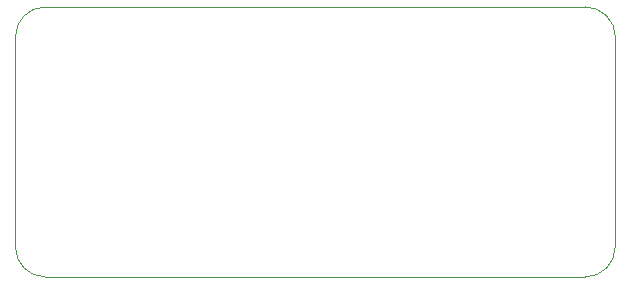
<source format=gbr>
%TF.GenerationSoftware,KiCad,Pcbnew,(6.0.11-0)*%
%TF.CreationDate,2023-02-12T12:49:48-05:00*%
%TF.ProjectId,EyeSPI-Featherwing,45796553-5049-42d4-9665-617468657277,2.0.0*%
%TF.SameCoordinates,Original*%
%TF.FileFunction,Profile,NP*%
%FSLAX46Y46*%
G04 Gerber Fmt 4.6, Leading zero omitted, Abs format (unit mm)*
G04 Created by KiCad (PCBNEW (6.0.11-0)) date 2023-02-12 12:49:48*
%MOMM*%
%LPD*%
G01*
G04 APERTURE LIST*
%TA.AperFunction,Profile*%
%ADD10C,0.050000*%
%TD*%
G04 APERTURE END LIST*
D10*
X173901100Y-96113600D02*
G75*
G03*
X171361100Y-93573600I-2540000J0D01*
G01*
X125641100Y-93573600D02*
X171361100Y-93573600D01*
X123101100Y-113893600D02*
X123101100Y-96113600D01*
X173901100Y-96113600D02*
X173901100Y-113893600D01*
X125641100Y-93573600D02*
G75*
G03*
X123101100Y-96113600I0J-2540000D01*
G01*
X171361100Y-116433600D02*
G75*
G03*
X173901100Y-113893600I0J2540000D01*
G01*
X123101100Y-113893600D02*
G75*
G03*
X125641100Y-116433600I2540000J0D01*
G01*
X171361100Y-116433600D02*
X125641100Y-116433600D01*
M02*

</source>
